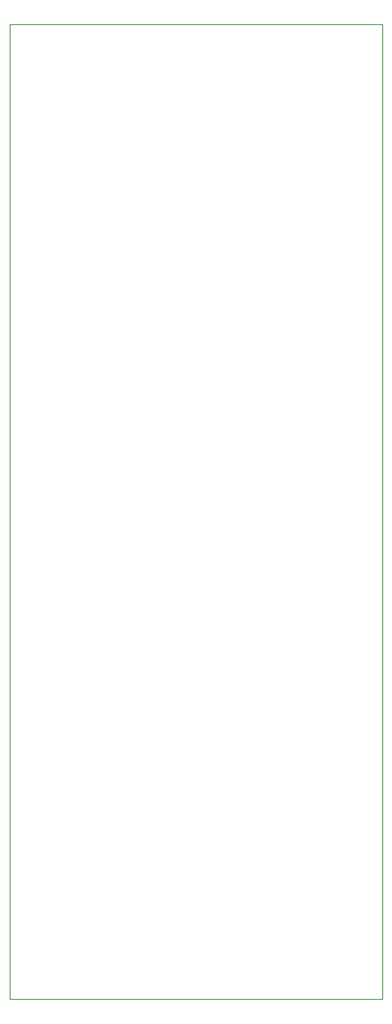
<source format=gbr>
%TF.GenerationSoftware,KiCad,Pcbnew,(6.0.0)*%
%TF.CreationDate,2022-10-17T09:45:21-04:00*%
%TF.ProjectId,ASVCA,41535643-412e-46b6-9963-61645f706362,rev?*%
%TF.SameCoordinates,Original*%
%TF.FileFunction,Profile,NP*%
%FSLAX46Y46*%
G04 Gerber Fmt 4.6, Leading zero omitted, Abs format (unit mm)*
G04 Created by KiCad (PCBNEW (6.0.0)) date 2022-10-17 09:45:21*
%MOMM*%
%LPD*%
G01*
G04 APERTURE LIST*
%TA.AperFunction,Profile*%
%ADD10C,0.100000*%
%TD*%
G04 APERTURE END LIST*
D10*
X50673000Y-24003000D02*
X89789000Y-24003000D01*
X89789000Y-24003000D02*
X89789000Y-126111000D01*
X89789000Y-126111000D02*
X50673000Y-126111000D01*
X50673000Y-126111000D02*
X50673000Y-24003000D01*
M02*

</source>
